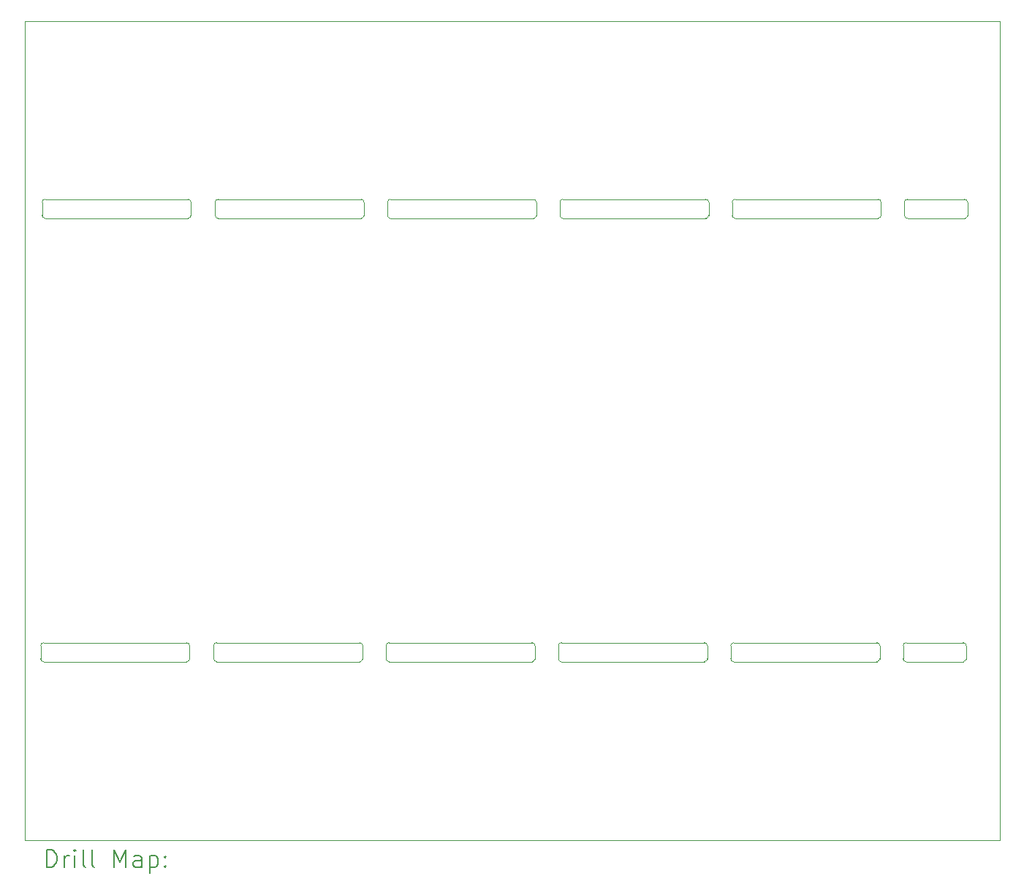
<source format=gbr>
%TF.GenerationSoftware,KiCad,Pcbnew,8.0.6-8.0.6-0~ubuntu20.04.1*%
%TF.CreationDate,2024-11-10T22:03:35+01:00*%
%TF.ProjectId,home_auto,686f6d65-5f61-4757-946f-2e6b69636164,rev?*%
%TF.SameCoordinates,Original*%
%TF.FileFunction,Drillmap*%
%TF.FilePolarity,Positive*%
%FSLAX45Y45*%
G04 Gerber Fmt 4.5, Leading zero omitted, Abs format (unit mm)*
G04 Created by KiCad (PCBNEW 8.0.6-8.0.6-0~ubuntu20.04.1) date 2024-11-10 22:03:35*
%MOMM*%
%LPD*%
G01*
G04 APERTURE LIST*
%ADD10C,0.050000*%
%ADD11C,0.200000*%
G04 APERTURE END LIST*
D10*
X16051948Y-6998075D02*
X14395015Y-6998075D01*
X14395052Y-7219000D02*
X16051948Y-7219000D01*
X16051948Y-6998075D02*
G75*
G02*
X16085965Y-7032089I2J-34015D01*
G01*
X14395052Y-7219000D02*
G75*
G02*
X14361037Y-7184985I0J34015D01*
G01*
X16085963Y-7184985D02*
G75*
G02*
X16051948Y-7219000I-34015J0D01*
G01*
X14361000Y-7032037D02*
G75*
G02*
X14395015Y-6998023I34015J0D01*
G01*
X16085963Y-7032089D02*
X16085963Y-7184985D01*
X14361000Y-7032037D02*
X14361000Y-7184985D01*
X22389104Y-7219037D02*
X24046000Y-7219037D01*
X24046000Y-6998112D02*
G75*
G02*
X24080018Y-7032127I0J-34018D01*
G01*
X22355052Y-7032075D02*
G75*
G02*
X22389067Y-6998052I34018J5D01*
G01*
X22389104Y-7219037D02*
G75*
G02*
X22355083Y-7185023I-4J34017D01*
G01*
X24046000Y-6998112D02*
X22389067Y-6998112D01*
X24080015Y-7032127D02*
X24080015Y-7185022D01*
X22355052Y-7032075D02*
X22355052Y-7185023D01*
X24080015Y-7185022D02*
G75*
G02*
X24046000Y-7219035I-34015J3D01*
G01*
X25082015Y-7185023D02*
G75*
G02*
X25048000Y-7219035I-34015J3D01*
G01*
X24351000Y-7185037D02*
X24351000Y-7032089D01*
X24384977Y-6998075D02*
X25048000Y-6998075D01*
X25048000Y-7219037D02*
X24387000Y-7219037D01*
X24350963Y-7032089D02*
G75*
G02*
X24384977Y-6998073I34017J-1D01*
G01*
X24385015Y-7219052D02*
G75*
G02*
X24351008Y-7185037I5J34012D01*
G01*
X25082015Y-7185023D02*
X25082015Y-7032127D01*
X25048000Y-6998112D02*
G75*
G02*
X25082008Y-7032127I0J-34008D01*
G01*
X18090963Y-7032089D02*
X18090963Y-7184985D01*
X18056948Y-6998075D02*
X16400015Y-6998075D01*
X18090963Y-7184985D02*
G75*
G02*
X18056948Y-7219003I-34013J-5D01*
G01*
X16366000Y-7032037D02*
X16366000Y-7184985D01*
X16366000Y-7032037D02*
G75*
G02*
X16400015Y-6998030I34010J-3D01*
G01*
X18056948Y-6998075D02*
G75*
G02*
X18090965Y-7032089I2J-34015D01*
G01*
X16400052Y-7219000D02*
X18056948Y-7219000D01*
X16400052Y-7219000D02*
G75*
G02*
X16366040Y-7184985I-2J34010D01*
G01*
X22049948Y-6998075D02*
X20393015Y-6998075D01*
X22049948Y-6998075D02*
G75*
G02*
X22083965Y-7032089I2J-34015D01*
G01*
X22083963Y-7032089D02*
X22083963Y-7184985D01*
X20359000Y-7032037D02*
X20359000Y-7184985D01*
X20393052Y-7219000D02*
X22049948Y-7219000D01*
X20359000Y-7032037D02*
G75*
G02*
X20393015Y-6998030I34010J-3D01*
G01*
X22083963Y-7184985D02*
G75*
G02*
X22049948Y-7219003I-34013J-5D01*
G01*
X20393052Y-7219000D02*
G75*
G02*
X20359040Y-7184985I-2J34010D01*
G01*
X20086963Y-7184985D02*
G75*
G02*
X20052948Y-7219003I-34013J-5D01*
G01*
X20052948Y-6998075D02*
X18396015Y-6998075D01*
X18362000Y-7032037D02*
G75*
G02*
X18396015Y-6998030I34010J-3D01*
G01*
X18396052Y-7219000D02*
X20052948Y-7219000D01*
X18396052Y-7219000D02*
G75*
G02*
X18362040Y-7184985I-2J34010D01*
G01*
X18362000Y-7032037D02*
X18362000Y-7184985D01*
X20086963Y-7032089D02*
X20086963Y-7184985D01*
X20052948Y-6998075D02*
G75*
G02*
X20086965Y-7032089I2J-34015D01*
G01*
X24368977Y-12136037D02*
X25032000Y-12136037D01*
X24335000Y-12323000D02*
X24335000Y-12170052D01*
X25032000Y-12357000D02*
X24371000Y-12357000D01*
X25066015Y-12322985D02*
X25066015Y-12170089D01*
X25032000Y-12136075D02*
G75*
G02*
X25066014Y-12170089I2J-34012D01*
G01*
X25066015Y-12322985D02*
G75*
G02*
X25032000Y-12357000I-34013J-2D01*
G01*
X24369015Y-12357015D02*
G75*
G02*
X24335000Y-12323000I0J34015D01*
G01*
X24334963Y-12170052D02*
G75*
G02*
X24368977Y-12136037I34014J0D01*
G01*
X24030000Y-12136075D02*
X22373067Y-12136075D01*
X24064015Y-12170089D02*
X24064015Y-12322985D01*
X22339052Y-12170037D02*
X22339052Y-12322985D01*
X22373104Y-12357000D02*
X24030000Y-12357000D01*
X22339052Y-12170037D02*
G75*
G02*
X22373067Y-12136023I34014J0D01*
G01*
X24030000Y-12136075D02*
G75*
G02*
X24064015Y-12170089I0J-34014D01*
G01*
X22373104Y-12357000D02*
G75*
G02*
X22339089Y-12322985I0J34015D01*
G01*
X24064015Y-12322985D02*
G75*
G02*
X24030000Y-12357000I-34014J0D01*
G01*
X22033948Y-12136037D02*
X20377015Y-12136037D01*
X20377052Y-12356963D02*
X22033948Y-12356963D01*
X20377052Y-12356963D02*
G75*
G02*
X20343037Y-12322948I0J34015D01*
G01*
X22067963Y-12170052D02*
X22067963Y-12322948D01*
X20343000Y-12170000D02*
G75*
G02*
X20377015Y-12135985I34015J0D01*
G01*
X20343000Y-12170000D02*
X20343000Y-12322948D01*
X22067963Y-12322948D02*
G75*
G02*
X22033948Y-12356963I-34015J0D01*
G01*
X22033948Y-12136037D02*
G75*
G02*
X22067963Y-12170052I0J-34015D01*
G01*
X20036948Y-12136037D02*
X18380015Y-12136037D01*
X18380052Y-12356963D02*
X20036948Y-12356963D01*
X18380052Y-12356963D02*
G75*
G02*
X18346037Y-12322948I0J34015D01*
G01*
X20070963Y-12170052D02*
X20070963Y-12322948D01*
X18346000Y-12170000D02*
G75*
G02*
X18380015Y-12135985I34015J0D01*
G01*
X18346000Y-12170000D02*
X18346000Y-12322948D01*
X20070963Y-12322948D02*
G75*
G02*
X20036948Y-12356963I-34015J0D01*
G01*
X20036948Y-12136037D02*
G75*
G02*
X20070963Y-12170052I0J-34015D01*
G01*
X18040948Y-12136037D02*
X16384015Y-12136037D01*
X16384052Y-12356963D02*
X18040948Y-12356963D01*
X16384052Y-12356963D02*
G75*
G02*
X16350037Y-12322948I0J34015D01*
G01*
X18074963Y-12170052D02*
X18074963Y-12322948D01*
X16350000Y-12170000D02*
G75*
G02*
X16384015Y-12135985I34015J0D01*
G01*
X16350000Y-12170000D02*
X16350000Y-12322948D01*
X18074963Y-12322948D02*
G75*
G02*
X18040948Y-12356963I-34015J0D01*
G01*
X18040948Y-12136037D02*
G75*
G02*
X18074963Y-12170052I0J-34015D01*
G01*
X16035948Y-12136037D02*
X14379015Y-12136037D01*
X16069963Y-12170052D02*
X16069963Y-12322948D01*
X14379052Y-12356963D02*
X16035948Y-12356963D01*
X14345000Y-12170000D02*
X14345000Y-12322948D01*
X14345000Y-12170000D02*
G75*
G02*
X14379015Y-12135985I34015J0D01*
G01*
X16035948Y-12136037D02*
G75*
G02*
X16069963Y-12170052I0J-34015D01*
G01*
X16069963Y-12322948D02*
G75*
G02*
X16035948Y-12356963I-34015J0D01*
G01*
X14379052Y-12356963D02*
G75*
G02*
X14345037Y-12322948I0J34015D01*
G01*
X14159000Y-4934000D02*
X25455000Y-4934000D01*
X25455000Y-14423000D01*
X14159000Y-14423000D01*
X14159000Y-4934000D01*
D11*
X14417277Y-14736984D02*
X14417277Y-14536984D01*
X14417277Y-14536984D02*
X14464896Y-14536984D01*
X14464896Y-14536984D02*
X14493467Y-14546508D01*
X14493467Y-14546508D02*
X14512515Y-14565555D01*
X14512515Y-14565555D02*
X14522039Y-14584603D01*
X14522039Y-14584603D02*
X14531562Y-14622698D01*
X14531562Y-14622698D02*
X14531562Y-14651269D01*
X14531562Y-14651269D02*
X14522039Y-14689365D01*
X14522039Y-14689365D02*
X14512515Y-14708412D01*
X14512515Y-14708412D02*
X14493467Y-14727460D01*
X14493467Y-14727460D02*
X14464896Y-14736984D01*
X14464896Y-14736984D02*
X14417277Y-14736984D01*
X14617277Y-14736984D02*
X14617277Y-14603650D01*
X14617277Y-14641746D02*
X14626801Y-14622698D01*
X14626801Y-14622698D02*
X14636324Y-14613174D01*
X14636324Y-14613174D02*
X14655372Y-14603650D01*
X14655372Y-14603650D02*
X14674420Y-14603650D01*
X14741086Y-14736984D02*
X14741086Y-14603650D01*
X14741086Y-14536984D02*
X14731562Y-14546508D01*
X14731562Y-14546508D02*
X14741086Y-14556031D01*
X14741086Y-14556031D02*
X14750610Y-14546508D01*
X14750610Y-14546508D02*
X14741086Y-14536984D01*
X14741086Y-14536984D02*
X14741086Y-14556031D01*
X14864896Y-14736984D02*
X14845848Y-14727460D01*
X14845848Y-14727460D02*
X14836324Y-14708412D01*
X14836324Y-14708412D02*
X14836324Y-14536984D01*
X14969658Y-14736984D02*
X14950610Y-14727460D01*
X14950610Y-14727460D02*
X14941086Y-14708412D01*
X14941086Y-14708412D02*
X14941086Y-14536984D01*
X15198229Y-14736984D02*
X15198229Y-14536984D01*
X15198229Y-14536984D02*
X15264896Y-14679841D01*
X15264896Y-14679841D02*
X15331562Y-14536984D01*
X15331562Y-14536984D02*
X15331562Y-14736984D01*
X15512515Y-14736984D02*
X15512515Y-14632222D01*
X15512515Y-14632222D02*
X15502991Y-14613174D01*
X15502991Y-14613174D02*
X15483943Y-14603650D01*
X15483943Y-14603650D02*
X15445848Y-14603650D01*
X15445848Y-14603650D02*
X15426801Y-14613174D01*
X15512515Y-14727460D02*
X15493467Y-14736984D01*
X15493467Y-14736984D02*
X15445848Y-14736984D01*
X15445848Y-14736984D02*
X15426801Y-14727460D01*
X15426801Y-14727460D02*
X15417277Y-14708412D01*
X15417277Y-14708412D02*
X15417277Y-14689365D01*
X15417277Y-14689365D02*
X15426801Y-14670317D01*
X15426801Y-14670317D02*
X15445848Y-14660793D01*
X15445848Y-14660793D02*
X15493467Y-14660793D01*
X15493467Y-14660793D02*
X15512515Y-14651269D01*
X15607753Y-14603650D02*
X15607753Y-14803650D01*
X15607753Y-14613174D02*
X15626801Y-14603650D01*
X15626801Y-14603650D02*
X15664896Y-14603650D01*
X15664896Y-14603650D02*
X15683943Y-14613174D01*
X15683943Y-14613174D02*
X15693467Y-14622698D01*
X15693467Y-14622698D02*
X15702991Y-14641746D01*
X15702991Y-14641746D02*
X15702991Y-14698888D01*
X15702991Y-14698888D02*
X15693467Y-14717936D01*
X15693467Y-14717936D02*
X15683943Y-14727460D01*
X15683943Y-14727460D02*
X15664896Y-14736984D01*
X15664896Y-14736984D02*
X15626801Y-14736984D01*
X15626801Y-14736984D02*
X15607753Y-14727460D01*
X15788705Y-14717936D02*
X15798229Y-14727460D01*
X15798229Y-14727460D02*
X15788705Y-14736984D01*
X15788705Y-14736984D02*
X15779182Y-14727460D01*
X15779182Y-14727460D02*
X15788705Y-14717936D01*
X15788705Y-14717936D02*
X15788705Y-14736984D01*
X15788705Y-14613174D02*
X15798229Y-14622698D01*
X15798229Y-14622698D02*
X15788705Y-14632222D01*
X15788705Y-14632222D02*
X15779182Y-14622698D01*
X15779182Y-14622698D02*
X15788705Y-14613174D01*
X15788705Y-14613174D02*
X15788705Y-14632222D01*
M02*

</source>
